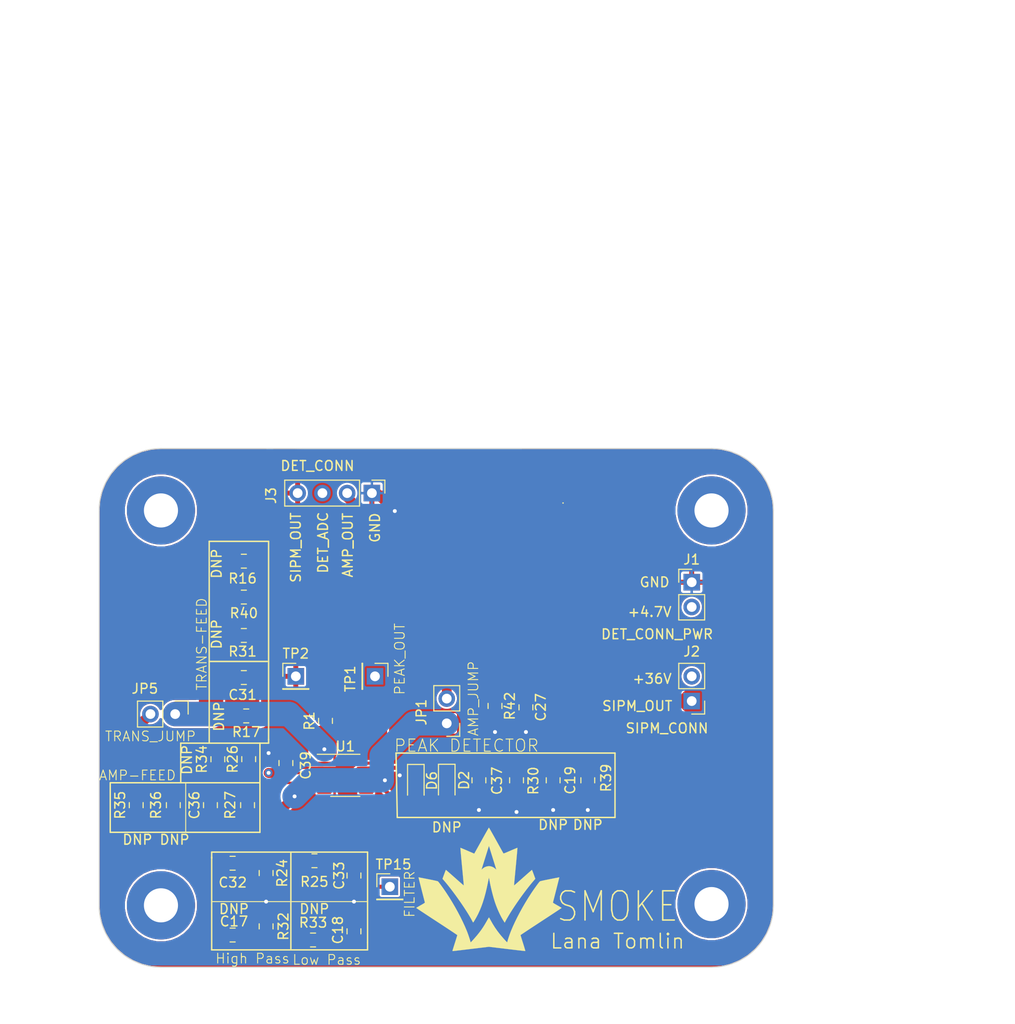
<source format=kicad_pcb>
(kicad_pcb (version 20171130) (host pcbnew "(5.1.9)-1")
  (layers (0 Papa.Cu signal) (1 GND.Cu power hide) (2 VCC.Cu power hide) (31 Mama.Cu signal) (34 B.Paste user hide) (35 F.Paste user) (36 B.SilkS user) (37 F.SilkS user) (38 B.Mask user hide) (39 F.Mask user hide) (44 Edge.Cuts user))
  (net 0 "")
  (net 1 GND)
  (net 2 "Net-(C17-Pad1)")
  (net 3 "Net-(C18-Pad2)")
  (net 4 "Net-(C19-Pad1)")
  (net 5 "Net-(C31-Pad1)")
  (net 6 "Net-(C32-Pad1)")
  (net 7 "Net-(C36-Pad2)")
  (net 8 "Net-(C36-Pad1)")
  (net 9 "Net-(D2-Pad2)")
  (net 10 /DET_ADC)
  (net 11 /SIPM_OUT)
  (net 12 /AMP_OUT)
  (net 13 +4.7V)
  (net 14 /Filter_IN)
  (net 15 "Net-(C31-Pad2)")
  (module MountingHole:MountingHole_3.5mm_Pad (layer Papa.Cu) (at 90.17 100.457 90)
    (fp_text reference REF** hide)
    (fp_text value MountingHole_3.5mm_Pad)
    (pad 1 thru_hole circle (at 0 0 90) (size 7 7) (drill 3.5) (layers *.Cu *.Mask))
  )
  (module MountingHole:MountingHole_3.5mm_Pad (layer Papa.Cu) (at 146.685 100.457 90)
    (fp_text reference REF** hide)
    (fp_text value MountingHole_3.5mm_Pad)
    (pad 1 thru_hole circle (at 0 0 90) (size 7 7) (drill 3.5) (layers *.Cu *.Mask))
  )
  (module MountingHole:MountingHole_3.5mm_Pad (layer Papa.Cu) (at 146.685 140.843 90)
    (fp_text reference REF** hide)
    (fp_text value MountingHole_3.5mm_Pad)
    (pad 1 thru_hole circle (at 0 0 90) (size 7 7) (drill 3.5) (layers *.Cu *.Mask))
  )
  (module Connector_PinHeader_2.54mm:PinHeader_1x01_P2.54mm_Vertical (layer Papa.Cu) (at 104.013 117.475)
    (fp_text reference TP2 (at 0 -2.33) (layer F.SilkS))
    (fp_text value SIPM)
    (pad 1 thru_hole rect (at 0 0) (size 1.7 1.7) (drill 1) (layers *.Cu *.Mask) (net 15 "Net-(C31-Pad2)"))
  )
  (module Package_SO:MSOP-16_3x4.039mm_P0.5mm (layer Papa.Cu) (at 109.093 127.635)
    (fp_text reference U1 (at 0 -2.97) (layer F.SilkS))
    (fp_text value LTC6254)
    (pad 16 smd roundrect (at 2.15 -1.75) (size 1.45 0.3) (layers Papa.Cu F.Paste F.Mask) (net 10 /DET_ADC))
    (pad 15 smd roundrect (at 2.15 -1.25) (size 1.45 0.3) (layers Papa.Cu F.Paste F.Mask) (net 10 /DET_ADC))
    (pad 14 smd roundrect (at 2.15 -0.75) (size 1.45 0.3) (layers Papa.Cu F.Paste F.Mask) (net 4 "Net-(C19-Pad1)"))
    (pad 13 smd roundrect (at 2.15 -0.25) (size 1.45 0.3) (layers Papa.Cu F.Paste F.Mask) (net 1 GND))
    (pad 12 smd roundrect (at 2.15 0.25) (size 1.45 0.3) (layers Papa.Cu F.Paste F.Mask) (net 8 "Net-(C36-Pad1)"))
    (pad 11 smd roundrect (at 2.15 0.75) (size 1.45 0.3) (layers Papa.Cu F.Paste F.Mask) (net 4 "Net-(C19-Pad1)"))
    (pad 10 smd roundrect (at 2.15 1.25) (size 1.45 0.3) (layers Papa.Cu F.Paste F.Mask) (net 9 "Net-(D2-Pad2)"))
    (pad 9 smd roundrect (at 2.15 1.75) (size 1.45 0.3) (layers Papa.Cu F.Paste F.Mask))
    (pad 8 smd roundrect (at -2.15 1.75) (size 1.45 0.3) (layers Papa.Cu F.Paste F.Mask))
    (pad 7 smd roundrect (at -2.15 1.25) (size 1.45 0.3) (layers Papa.Cu F.Paste F.Mask) (net 8 "Net-(C36-Pad1)"))
    (pad 6 smd roundrect (at -2.15 0.75) (size 1.45 0.3) (layers Papa.Cu F.Paste F.Mask) (net 7 "Net-(C36-Pad2)"))
    (pad 5 smd roundrect (at -2.15 0.25) (size 1.45 0.3) (layers Papa.Cu F.Paste F.Mask) (net 3 "Net-(C18-Pad2)"))
    (pad 4 smd roundrect (at -2.15 -0.25) (size 1.45 0.3) (layers Papa.Cu F.Paste F.Mask) (net 13 +4.7V))
    (pad 3 smd roundrect (at -2.15 -0.75) (size 1.45 0.3) (layers Papa.Cu F.Paste F.Mask) (net 1 GND))
    (pad 2 smd roundrect (at -2.15 -1.25) (size 1.45 0.3) (layers Papa.Cu F.Paste F.Mask) (net 15 "Net-(C31-Pad2)"))
    (pad 1 smd roundrect (at -2.15 -1.75) (size 1.45 0.3) (layers Papa.Cu F.Paste F.Mask) (net 5 "Net-(C31-Pad1)"))
  )
  (module Resistor_SMD:R_0805_2012Metric_Pad1.15x1.40mm_HandSolder (layer Papa.Cu) (at 107.061 122.047 90)
    (fp_text reference R1 (at 0 -1.65 90) (layer F.SilkS))
    (fp_text value 1)
    (pad 2 smd roundrect (at 1.025 0 90) (size 1.15 1.4) (layers Papa.Cu F.Paste F.Mask) (roundrect_rratio 0.217391) (net 11 /SIPM_OUT))
    (pad 1 smd roundrect (at -1.025 0 90) (size 1.15 1.4) (layers Papa.Cu F.Paste F.Mask) (roundrect_rratio 0.217391) (net 15 "Net-(C31-Pad2)"))
  )
  (module Connector_PinHeader_2.54mm:PinHeader_1x01_P2.54mm_Vertical (layer Papa.Cu) (at 113.665 139.065)
    (fp_text reference TP15 (at 0.381 -2.286) (layer F.SilkS))
    (fp_text value FILTER (at 2.032 0.762 90) (layer F.SilkS) (effects (font (thickness 0.1))))
    (pad 1 thru_hole rect (at 0 0) (size 1.7 1.7) (drill 1) (layers *.Cu *.Mask) (net 3 "Net-(C18-Pad2)"))
  )
  (module Resistor_SMD:R_0805_2012Metric_Pad1.15x1.40mm_HandSolder (layer Papa.Cu) (at 99.178 125.975 90)
    (fp_text reference R26 (at 0 -1.65 270) (layer F.SilkS))
    (fp_text value 100)
    (pad 2 smd roundrect (at 1.025 0 90) (size 1.15 1.4) (layers Papa.Cu F.Paste F.Mask) (roundrect_rratio 0.2173904347826087) (net 1 GND))
    (pad 1 smd roundrect (at -1.025 0 90) (size 1.15 1.4) (layers Papa.Cu F.Paste F.Mask) (roundrect_rratio 0.2173904347826087) (net 7 "Net-(C36-Pad2)"))
  )
  (module Resistor_SMD:R_0805_2012Metric_Pad1.15x1.40mm_HandSolder (layer Papa.Cu) (at 96.012 125.984 270)
    (fp_text reference R34 (at 0 1.651 270) (layer F.SilkS))
    (fp_text value DNP (at 0.0635 3.175 270) (layer F.SilkS))
    (pad 2 smd roundrect (at 1.025 0 270) (size 1.15 1.4) (layers Papa.Cu F.Paste F.Mask) (roundrect_rratio 0.2173904347826087) (net 7 "Net-(C36-Pad2)"))
    (pad 1 smd roundrect (at -1.025 0 270) (size 1.15 1.4) (layers Papa.Cu F.Paste F.Mask) (roundrect_rratio 0.2173904347826087) (net 1 GND))
  )
  (module Connector_PinHeader_2.54mm:PinHeader_1x02_P2.54mm_Vertical (layer Papa.Cu) (at 119.507 122.301 180)
    (fp_text reference JP1 (at 2.6035 1.143 270) (layer F.SilkS))
    (fp_text value AMP_JUMP (at -2.7305 2.54 90) (layer F.SilkS) (effects (font (thickness 0.1))))
    (pad 2 thru_hole oval (at 0 2.54 180) (size 1.7 1.7) (drill 1) (layers *.Cu *.Mask) (net 12 /AMP_OUT))
    (pad 1 thru_hole rect (at 0 0 180) (size 1.7 1.7) (drill 1) (layers *.Cu *.Mask) (net 8 "Net-(C36-Pad1)"))
  )
  (module Resistor_SMD:R_0805_2012Metric_Pad1.15x1.40mm_HandSolder (layer Papa.Cu) (at 133.985 128.143 270)
    (fp_text reference R39 (at -0.2376 -1.8796 90) (layer F.SilkS))
    (fp_text value DNP (at 4.572 0 180) (layer F.SilkS))
    (pad 2 smd roundrect (at 1.025 0 270) (size 1.15 1.4) (layers Papa.Cu F.Paste F.Mask) (roundrect_rratio 0.2173904347826087) (net 1 GND))
    (pad 1 smd roundrect (at -1.025 0 270) (size 1.15 1.4) (layers Papa.Cu F.Paste F.Mask) (roundrect_rratio 0.2173904347826087) (net 4 "Net-(C19-Pad1)"))
  )
  (module Capacitor_SMD:C_0805_2012Metric_Pad1.15x1.40mm_HandSolder (layer Papa.Cu) (at 97.527 136.652 180)
    (fp_text reference C32 (at -0.009 -1.9812) (layer F.SilkS))
    (fp_text value 10n)
    (pad 2 smd roundrect (at 1.025 0 180) (size 1.15 1.4) (layers Papa.Cu F.Paste F.Mask) (roundrect_rratio 0.2173904347826087) (net 14 /Filter_IN))
    (pad 1 smd roundrect (at -1.025 0 180) (size 1.15 1.4) (layers Papa.Cu F.Paste F.Mask) (roundrect_rratio 0.2173904347826087) (net 6 "Net-(C32-Pad1)"))
  )
  (module Capacitor_SMD:C_0805_2012Metric_Pad1.15x1.40mm_HandSolder (layer Papa.Cu) (at 127.635 120.659 270)
    (fp_text reference C27 (at -0.009 -1.524 90) (layer F.SilkS))
    (fp_text value 2.2n)
    (pad 2 smd roundrect (at 1.025 0 270) (size 1.15 1.4) (layers Papa.Cu F.Paste F.Mask) (roundrect_rratio 0.2173904347826087) (net 1 GND))
    (pad 1 smd roundrect (at -1.025 0 270) (size 1.15 1.4) (layers Papa.Cu F.Paste F.Mask) (roundrect_rratio 0.2173904347826087) (net 12 /AMP_OUT))
  )
  (module Capacitor_SMD:C_0805_2012Metric_Pad1.15x1.40mm_HandSolder (layer Papa.Cu) (at 122.809 128.143 270)
    (fp_text reference C37 (at 0.0508 -1.8542 270) (layer F.SilkS))
    (fp_text value 2.2n)
    (pad 2 smd roundrect (at 1.025 0 270) (size 1.15 1.4) (layers Papa.Cu F.Paste F.Mask) (roundrect_rratio 0.2173904347826087) (net 1 GND))
    (pad 1 smd roundrect (at -1.025 0 270) (size 1.15 1.4) (layers Papa.Cu F.Paste F.Mask) (roundrect_rratio 0.2173904347826087) (net 4 "Net-(C19-Pad1)"))
  )
  (module Resistor_SMD:R_0805_2012Metric_Pad1.15x1.40mm_HandSolder (layer Papa.Cu) (at 124.46 120.514 270)
    (fp_text reference R42 (at 0.009 -1.524 90) (layer F.SilkS))
    (fp_text value 1M)
    (pad 2 smd roundrect (at 1.025 0 270) (size 1.15 1.4) (layers Papa.Cu F.Paste F.Mask) (roundrect_rratio 0.2173904347826087) (net 1 GND))
    (pad 1 smd roundrect (at -1.025 0 270) (size 1.15 1.4) (layers Papa.Cu F.Paste F.Mask) (roundrect_rratio 0.2173904347826087) (net 12 /AMP_OUT))
  )
  (module Diode_SMD:D_SOD-323_HandSoldering (layer Papa.Cu) (at 119.507 128.397 270)
    (fp_text reference D2 (at -0.254 -1.778 90) (layer F.SilkS))
    (fp_text value CUS08F30H3FCT-ND)
    (pad 2 smd rect (at 1.25 0 270) (size 1 1) (layers Papa.Cu F.Paste F.Mask) (net 9 "Net-(D2-Pad2)"))
    (pad 1 smd rect (at -1.25 0 270) (size 1 1) (layers Papa.Cu F.Paste F.Mask) (net 4 "Net-(C19-Pad1)"))
  )
  (module Connector_PinHeader_2.54mm:PinHeader_1x01_P2.54mm_Vertical (layer Papa.Cu) (at 112.141 117.475 270)
    (fp_text reference TP1 (at 0.254 2.54 90) (layer F.SilkS))
    (fp_text value PEAK_OUT (at -1.778 -2.54 270) (layer F.SilkS) (effects (font (thickness 0.1))))
    (pad 1 thru_hole rect (at 0 0 270) (size 1.7 1.7) (drill 1) (layers *.Cu *.Mask) (net 10 /DET_ADC))
  )
  (module Connector_PinHeader_2.54mm:PinHeader_1x02_P2.54mm_Vertical (layer Papa.Cu) (at 91.6305 121.3485 270)
    (fp_text reference JP5 (at -2.6035 3.1115 180) (layer F.SilkS))
    (fp_text value TRANS_JUMP (at 2.286 2.54) (layer F.SilkS) (effects (font (thickness 0.1))))
    (pad 2 thru_hole oval (at 0 2.54 270) (size 1.7 1.7) (drill 1) (layers *.Cu *.Mask) (net 14 /Filter_IN))
    (pad 1 thru_hole rect (at 0 0 270) (size 1.7 1.7) (drill 1) (layers *.Cu *.Mask) (net 5 "Net-(C31-Pad1)"))
  )
  (module Resistor_SMD:R_0805_2012Metric_Pad1.15x1.40mm_HandSolder (layer Papa.Cu) (at 98.679 109.347)
    (fp_text reference R40 (at 0 1.651 180) (layer F.SilkS))
    (fp_text value 150)
    (pad 2 smd roundrect (at 1.025 0) (size 1.15 1.4) (layers Papa.Cu F.Paste F.Mask) (roundrect_rratio 0.2173904347826087) (net 11 /SIPM_OUT))
    (pad 1 smd roundrect (at -1.025 0) (size 1.15 1.4) (layers Papa.Cu F.Paste F.Mask) (roundrect_rratio 0.2173904347826087) (net 5 "Net-(C31-Pad1)"))
  )
  (module Resistor_SMD:R_0805_2012Metric_Pad1.15x1.40mm_HandSolder (layer Papa.Cu) (at 91.44 130.692 90)
    (fp_text reference R36 (at 0.009 -1.778 270) (layer F.SilkS))
    (fp_text value DNP (at -3.547 0.127) (layer F.SilkS))
    (pad 2 smd roundrect (at 1.025 0 90) (size 1.15 1.4) (layers Papa.Cu F.Paste F.Mask) (roundrect_rratio 0.2173904347826087) (net 7 "Net-(C36-Pad2)"))
    (pad 1 smd roundrect (at -1.025 0 90) (size 1.15 1.4) (layers Papa.Cu F.Paste F.Mask) (roundrect_rratio 0.2173904347826087) (net 8 "Net-(C36-Pad1)"))
  )
  (module Resistor_SMD:R_0805_2012Metric_Pad1.15x1.40mm_HandSolder (layer Papa.Cu) (at 87.63 130.692 90)
    (fp_text reference R35 (at 0 -1.65 270) (layer F.SilkS))
    (fp_text value DNP (at -3.547 0.127) (layer F.SilkS))
    (pad 2 smd roundrect (at 1.025 0 90) (size 1.15 1.4) (layers Papa.Cu F.Paste F.Mask) (roundrect_rratio 0.2173904347826087) (net 7 "Net-(C36-Pad2)"))
    (pad 1 smd roundrect (at -1.025 0 90) (size 1.15 1.4) (layers Papa.Cu F.Paste F.Mask) (roundrect_rratio 0.2173904347826087) (net 8 "Net-(C36-Pad1)"))
  )
  (module Resistor_SMD:R_0805_2012Metric_Pad1.15x1.40mm_HandSolder (layer Papa.Cu) (at 105.782 144.526 180)
    (fp_text reference R33 (at -0.009 1.778) (layer F.SilkS))
    (fp_text value DNP (at -0.136 3.175) (layer F.SilkS))
    (pad 1 smd roundrect (at -1.025 0 180) (size 1.15 1.4) (layers Papa.Cu F.Paste F.Mask) (roundrect_rratio 0.2173904347826087) (net 3 "Net-(C18-Pad2)"))
    (pad 2 smd roundrect (at 1.025 0 180) (size 1.15 1.4) (layers Papa.Cu F.Paste F.Mask) (roundrect_rratio 0.2173904347826087) (net 2 "Net-(C17-Pad1)"))
  )
  (module Resistor_SMD:R_0805_2012Metric_Pad1.15x1.40mm_HandSolder (layer Papa.Cu) (at 100.965 143.129 90)
    (fp_text reference R32 (at 0 1.778 270) (layer F.SilkS))
    (fp_text value DNP)
    (pad 2 smd roundrect (at 1.025 0 90) (size 1.15 1.4) (layers Papa.Cu F.Paste F.Mask) (roundrect_rratio 0.2173904347826087) (net 1 GND))
    (pad 1 smd roundrect (at -1.025 0 90) (size 1.15 1.4) (layers Papa.Cu F.Paste F.Mask) (roundrect_rratio 0.2173904347826087) (net 2 "Net-(C17-Pad1)"))
  )
  (module Resistor_SMD:R_0805_2012Metric_Pad1.15x1.40mm_HandSolder (layer Papa.Cu) (at 98.679 113.284)
    (fp_text reference R31 (at -0.127 1.651 180) (layer F.SilkS))
    (fp_text value DNP (at -2.794 -0.127 90) (layer F.SilkS))
    (pad 2 smd roundrect (at 1.025 0) (size 1.15 1.4) (layers Papa.Cu F.Paste F.Mask) (roundrect_rratio 0.2173904347826087) (net 15 "Net-(C31-Pad2)"))
    (pad 1 smd roundrect (at -1.025 0) (size 1.15 1.4) (layers Papa.Cu F.Paste F.Mask) (roundrect_rratio 0.2173904347826087) (net 5 "Net-(C31-Pad1)"))
  )
  (module Resistor_SMD:R_0805_2012Metric_Pad1.15x1.40mm_HandSolder (layer Papa.Cu) (at 126.6698 128.143 270)
    (fp_text reference R30 (at 0.0508 -1.7272 270) (layer F.SilkS))
    (fp_text value 1M)
    (pad 2 smd roundrect (at 1.025 0 270) (size 1.15 1.4) (layers Papa.Cu F.Paste F.Mask) (roundrect_rratio 0.2173904347826087) (net 1 GND))
    (pad 1 smd roundrect (at -1.025 0 270) (size 1.15 1.4) (layers Papa.Cu F.Paste F.Mask) (roundrect_rratio 0.2173904347826087) (net 4 "Net-(C19-Pad1)"))
  )
  (module Resistor_SMD:R_0805_2012Metric_Pad1.15x1.40mm_HandSolder (layer Papa.Cu) (at 99.06 130.692 90)
    (fp_text reference R27 (at 0 -1.778 270) (layer F.SilkS))
    (fp_text value 330)
    (pad 2 smd roundrect (at 1.025 0 90) (size 1.15 1.4) (layers Papa.Cu F.Paste F.Mask) (roundrect_rratio 0.2173904347826087) (net 7 "Net-(C36-Pad2)"))
    (pad 1 smd roundrect (at -1.025 0 90) (size 1.15 1.4) (layers Papa.Cu F.Paste F.Mask) (roundrect_rratio 0.2173904347826087) (net 8 "Net-(C36-Pad1)"))
  )
  (module Resistor_SMD:R_0805_2012Metric_Pad1.15x1.40mm_HandSolder (layer Papa.Cu) (at 105.927 136.398 180)
    (fp_text reference R25 (at 0.009 -2.159) (layer F.SilkS))
    (fp_text value 150)
    (pad 2 smd roundrect (at 1.025 0 180) (size 1.15 1.4) (layers Papa.Cu F.Paste F.Mask) (roundrect_rratio 0.2173904347826087) (net 6 "Net-(C32-Pad1)"))
    (pad 1 smd roundrect (at -1.025 0 180) (size 1.15 1.4) (layers Papa.Cu F.Paste F.Mask) (roundrect_rratio 0.2173904347826087) (net 3 "Net-(C18-Pad2)"))
  )
  (module Resistor_SMD:R_0805_2012Metric_Pad1.15x1.40mm_HandSolder (layer Papa.Cu) (at 100.965 137.659 270)
    (fp_text reference R24 (at 0.009 -1.651 270) (layer F.SilkS))
    (fp_text value 100)
    (pad 2 smd roundrect (at 1.025 0 270) (size 1.15 1.4) (layers Papa.Cu F.Paste F.Mask) (roundrect_rratio 0.2173904347826087) (net 1 GND))
    (pad 1 smd roundrect (at -1.025 0 270) (size 1.15 1.4) (layers Papa.Cu F.Paste F.Mask) (roundrect_rratio 0.2173904347826087) (net 6 "Net-(C32-Pad1)"))
  )
  (module Resistor_SMD:R_0805_2012Metric_Pad1.15x1.40mm_HandSolder (layer Papa.Cu) (at 98.924 121.539)
    (fp_text reference R17 (at 0 1.651 180) (layer F.SilkS))
    (fp_text value DNP (at -2.794 0.0635 90) (layer F.SilkS))
    (pad 2 smd roundrect (at 1.025 0) (size 1.15 1.4) (layers Papa.Cu F.Paste F.Mask) (roundrect_rratio 0.2173904347826087) (net 15 "Net-(C31-Pad2)"))
    (pad 1 smd roundrect (at -1.025 0) (size 1.15 1.4) (layers Papa.Cu F.Paste F.Mask) (roundrect_rratio 0.2173904347826087) (net 5 "Net-(C31-Pad1)"))
  )
  (module Resistor_SMD:R_0805_2012Metric_Pad1.15x1.40mm_HandSolder (layer Papa.Cu) (at 98.679 105.664)
    (fp_text reference R16 (at -0.127 1.778 180) (layer F.SilkS))
    (fp_text value DNP (at -2.794 0.254 270) (layer F.SilkS))
    (pad 2 smd roundrect (at 1.025 0) (size 1.15 1.4) (layers Papa.Cu F.Paste F.Mask) (roundrect_rratio 0.2173904347826087) (net 11 /SIPM_OUT))
    (pad 1 smd roundrect (at -1.025 0) (size 1.15 1.4) (layers Papa.Cu F.Paste F.Mask) (roundrect_rratio 0.2173904347826087) (net 5 "Net-(C31-Pad1)"))
  )
  (module Diode_SMD:D_SOD-323_HandSoldering (layer Papa.Cu) (at 116.332 128.417 270)
    (fp_text reference D6 (at -0.234 -1.651 90) (layer F.SilkS))
    (fp_text value CUS08F30H3FCT-ND)
    (pad 2 smd rect (at 1.25 0 270) (size 1 1) (layers Papa.Cu F.Paste F.Mask) (net 9 "Net-(D2-Pad2)"))
    (pad 1 smd rect (at -1.25 0 270) (size 1 1) (layers Papa.Cu F.Paste F.Mask) (net 4 "Net-(C19-Pad1)"))
  )
  (module Capacitor_SMD:C_0805_2012Metric_Pad1.15x1.40mm_HandSolder (layer Papa.Cu) (at 102.997 126.374 90)
    (fp_text reference C39 (at -0.245 2.032 270) (layer F.SilkS))
    (fp_text value 0.1u)
    (pad 2 smd roundrect (at 1.025 0 90) (size 1.15 1.4) (layers Papa.Cu F.Paste F.Mask) (roundrect_rratio 0.2173904347826087) (net 1 GND))
    (pad 1 smd roundrect (at -1.025 0 90) (size 1.15 1.4) (layers Papa.Cu F.Paste F.Mask) (roundrect_rratio 0.2173904347826087) (net 13 +4.7V))
  )
  (module Capacitor_SMD:C_0805_2012Metric_Pad1.15x1.40mm_HandSolder (layer Papa.Cu) (at 95.25 130.692 90)
    (fp_text reference C36 (at 0 -1.65 270) (layer F.SilkS))
    (fp_text value 470p)
    (pad 2 smd roundrect (at 1.025 0 90) (size 1.15 1.4) (layers Papa.Cu F.Paste F.Mask) (roundrect_rratio 0.2173904347826087) (net 7 "Net-(C36-Pad2)"))
    (pad 1 smd roundrect (at -1.025 0 90) (size 1.15 1.4) (layers Papa.Cu F.Paste F.Mask) (roundrect_rratio 0.2173904347826087) (net 8 "Net-(C36-Pad1)"))
  )
  (module Capacitor_SMD:C_0805_2012Metric_Pad1.15x1.40mm_HandSolder (layer Papa.Cu) (at 109.982 137.913 90)
    (fp_text reference C33 (at -0.009 -1.524 270) (layer F.SilkS))
    (fp_text value 1n)
    (pad 2 smd roundrect (at 1.025 0 90) (size 1.15 1.4) (layers Papa.Cu F.Paste F.Mask) (roundrect_rratio 0.2173904347826087) (net 3 "Net-(C18-Pad2)"))
    (pad 1 smd roundrect (at -1.025 0 90) (size 1.15 1.4) (layers Papa.Cu F.Paste F.Mask) (roundrect_rratio 0.2173904347826087) (net 1 GND))
  )
  (module Capacitor_SMD:C_0805_2012Metric_Pad1.15x1.40mm_HandSolder (layer Papa.Cu) (at 98.679 117.602)
    (fp_text reference C31 (at -0.127 1.778 180) (layer F.SilkS))
    (fp_text value 1n)
    (pad 2 smd roundrect (at 1.025 0) (size 1.15 1.4) (layers Papa.Cu F.Paste F.Mask) (roundrect_rratio 0.2173904347826087) (net 15 "Net-(C31-Pad2)"))
    (pad 1 smd roundrect (at -1.025 0) (size 1.15 1.4) (layers Papa.Cu F.Paste F.Mask) (roundrect_rratio 0.2173904347826087) (net 5 "Net-(C31-Pad1)"))
  )
  (module Capacitor_SMD:C_0805_2012Metric_Pad1.15x1.40mm_HandSolder (layer Papa.Cu) (at 130.429 128.143 270)
    (fp_text reference C19 (at 0 -1.7526 90) (layer F.SilkS))
    (fp_text value DNP (at 4.572 0 180) (layer F.SilkS))
    (pad 2 smd roundrect (at 1.025 0 270) (size 1.15 1.4) (layers Papa.Cu F.Paste F.Mask) (roundrect_rratio 0.2173904347826087) (net 1 GND))
    (pad 1 smd roundrect (at -1.025 0 270) (size 1.15 1.4) (layers Papa.Cu F.Paste F.Mask) (roundrect_rratio 0.2173904347826087) (net 4 "Net-(C19-Pad1)"))
  )
  (module Capacitor_SMD:C_0805_2012Metric_Pad1.15x1.40mm_HandSolder (layer Papa.Cu) (at 109.982 143.637 270)
    (fp_text reference C18 (at -0.127 1.651 90) (layer F.SilkS))
    (fp_text value DNP)
    (pad 1 smd roundrect (at -1.025 0 270) (size 1.15 1.4) (layers Papa.Cu F.Paste F.Mask) (roundrect_rratio 0.2173904347826087) (net 1 GND))
    (pad 2 smd roundrect (at 1.025 0 270) (size 1.15 1.4) (layers Papa.Cu F.Paste F.Mask) (roundrect_rratio 0.2173904347826087) (net 3 "Net-(C18-Pad2)"))
  )
  (module Capacitor_SMD:C_0805_2012Metric_Pad1.15x1.40mm_HandSolder (layer Papa.Cu) (at 97.527 144.018 180)
    (fp_text reference C17 (at -0.136 1.397) (layer F.SilkS))
    (fp_text value DNP (at -0.136 2.667) (layer F.SilkS))
    (pad 2 smd roundrect (at 1.025 0 180) (size 1.15 1.4) (layers Papa.Cu F.Paste F.Mask) (roundrect_rratio 0.2173904347826087) (net 14 /Filter_IN))
    (pad 1 smd roundrect (at -1.025 0 180) (size 1.15 1.4) (layers Papa.Cu F.Paste F.Mask) (roundrect_rratio 0.2173904347826087) (net 2 "Net-(C17-Pad1)"))
  )
  (module Connector_PinHeader_2.54mm:PinHeader_1x04_P2.54mm_Vertical (layer Papa.Cu) (at 111.8235 98.679 270)
    (fp_text reference J3 (at 0.254 10.3505 270) (layer F.SilkS))
    (fp_text value DET_CONN (at -2.794 5.588 180) (layer F.SilkS))
    (pad 4 thru_hole oval (at 0 7.62 270) (size 1.7 1.7) (drill 1) (layers *.Cu *.Mask) (net 11 /SIPM_OUT))
    (pad 3 thru_hole oval (at 0 5.08 270) (size 1.7 1.7) (drill 1) (layers *.Cu *.Mask) (net 10 /DET_ADC))
    (pad 2 thru_hole oval (at 0 2.54 270) (size 1.7 1.7) (drill 1) (layers *.Cu *.Mask) (net 12 /AMP_OUT))
    (pad 1 thru_hole rect (at 0 0 270) (size 1.7 1.7) (drill 1) (layers *.Cu *.Mask) (net 1 GND))
  )
  (module Connector_PinHeader_2.54mm:PinHeader_1x02_P2.54mm_Vertical (layer Papa.Cu) (at 144.653 120.015 180)
    (fp_text reference J2 (at 0 5.08) (layer F.SilkS))
    (fp_text value SIPM_CONN (at 2.54 -2.794 180) (layer F.SilkS))
    (pad 2 thru_hole oval (at 0 2.54 180) (size 1.7 1.7) (drill 1) (layers *.Cu *.Mask))
    (pad 1 thru_hole rect (at 0 0 180) (size 1.7 1.7) (drill 1) (layers *.Cu *.Mask) (net 11 /SIPM_OUT))
  )
  (module Connector_PinHeader_2.54mm:PinHeader_1x02_P2.54mm_Vertical (layer Papa.Cu) (at 144.653 107.823)
    (fp_text reference J1 (at 0 -2.33) (layer F.SilkS))
    (fp_text value DET_CONN_PWR (at -3.556 5.334) (layer F.SilkS))
    (pad 2 thru_hole oval (at 0 2.54) (size 1.7 1.7) (drill 1) (layers *.Cu *.Mask) (net 13 +4.7V))
    (pad 1 thru_hole rect (at 0 0) (size 1.7 1.7) (drill 1) (layers *.Cu *.Mask) (net 1 GND))
  )
  (module Team_Logo:Logo_SilkScreen_15mm (layer Papa.Cu) (at 123.825 139.319)
    (fp_text reference G*** hide)
    (fp_text value LOGO hide)
  )
  (module MountingHole:MountingHole_3.5mm_Pad (layer Papa.Cu) (at 90.17 140.97 90)
    (fp_text reference REF** hide)
    (fp_text value MountingHole_3.5mm_Pad)
    (pad 1 thru_hole circle (at 0 0 90) (size 7 7) (drill 3.5) (layers *.Cu *.Mask))
  )
  (gr_text DNP (at 119.507 132.969) (layer F.SilkS) (effects (font (size 1 1))))
  (gr_text SMOKE (at 137.033 141.097) (layer F.SilkS) (effects (font (size 3 2.5))))
  (gr_line (start 136.779 131.953) (end 136.779 125.349) (layer F.SilkS) (width 0.15))
  (gr_line (start 114.427 131.953) (end 136.779 131.953) (layer F.SilkS) (width 0.15))
  (gr_line (start 114.3 125.349) (end 114.427 131.953) (layer F.SilkS) (width 0.15))
  (gr_line (start 95.123 124.333) (end 95.123 103.632) (layer F.SilkS) (width 0.15))
  (gr_line (start 101.219 124.333) (end 100.33 124.333) (layer F.SilkS) (width 0.15))
  (gr_line (start 101.219 123.952) (end 101.219 124.333) (layer F.SilkS) (width 0.15))
  (gr_line (start 84.963 133.477) (end 100.33 133.477) (layer F.SilkS) (width 0.15))
  (gr_arc (start 90.17 100.457) (end 90.17 94.107) (angle -90) (layer Edge.Cuts) (width 0.1))
  (gr_line (start 146.685 94.107) (end 90.17 94.107) (layer Edge.Cuts) (width 0.1))
  (gr_line (start 153.035 140.97) (end 153.035 100.457) (layer Edge.Cuts) (width 0.1))
  (gr_text GND (at 112.141 102.235 90) (layer F.SilkS) (effects (font (size 1 1))))
  (gr_text AMP_OUT (at 109.347 104.013 90) (layer F.SilkS) (effects (font (size 1 1))))
  (gr_text DET_ADC (at 106.807 103.759 90) (layer F.SilkS) (effects (font (size 1 1))))
  (gr_text SIPM_OUT (at 104.013 104.267 90) (layer F.SilkS) (effects (font (size 1 1))))
  (gr_text GND (at 140.843 107.823) (layer F.SilkS) (effects (font (size 1 1))))
  (gr_text +4.7V (at 140.335 110.871) (layer F.SilkS) (effects (font (size 1 1))))
  (gr_text +36V (at 140.589 117.729) (layer F.SilkS) (effects (font (size 1 1))))
  (gr_text SIPM_OUT (at 139.065 120.523) (layer F.SilkS) (effects (font (size 1 1))))
  (gr_line (start 131.445 99.695) (end 131.445 99.695) (layer F.SilkS) (width 0.15))
  (gr_line (start 111.379 145.542) (end 111.379 144.78) (layer F.SilkS) (width 0.15))
  (gr_line (start 95.377 145.542) (end 111.379 145.542) (layer F.SilkS) (width 0.15))
  (gr_text "Lana Tomlin" (at 137.033 144.653) (layer F.SilkS) (effects (font (size 1.5 1.5))))
  (gr_text "PEAK DETECTOR" (at 121.539 124.587) (layer F.SilkS) (effects (font (size 1.25 1.25) (thickness 0.1))))
  (gr_arc (start 90.17 140.97) (end 83.82 140.97) (angle -90) (layer Edge.Cuts) (width 0.1))
  (gr_arc (start 146.685 100.457) (end 153.035 100.457) (angle -90) (layer Edge.Cuts) (width 0.1))
  (gr_arc (start 146.685 140.97) (end 146.685 147.32) (angle -90) (layer Edge.Cuts) (width 0.1))
  (gr_line (start 83.82 140.97) (end 83.82 100.457) (layer Edge.Cuts) (width 0.1))
  (gr_line (start 146.685 147.32) (end 90.17 147.32) (layer Edge.Cuts) (width 0.1))
  (gr_text AMP-FEED (at 87.757 127.635) (layer F.SilkS) (effects (font (size 1 1) (thickness 0.1))))
  (gr_line (start 95.377 135.509) (end 95.377 136.144) (layer F.SilkS) (width 0.15))
  (gr_line (start 111.379 135.509) (end 95.377 135.509) (layer F.SilkS) (width 0.15))
  (gr_line (start 103.505 140.589) (end 95.377 140.589) (layer F.SilkS) (width 0.1))
  (gr_text "Low Pass" (at 107.188 146.558) (layer F.SilkS) (effects (font (size 1 1) (thickness 0.1))))
  (gr_text "High Pass" (at 99.568 146.431) (layer F.SilkS) (effects (font (size 1 1) (thickness 0.1))))
  (gr_line (start 84.963 128.397) (end 84.963 133.477) (layer F.SilkS) (width 0.15))
  (gr_line (start 100.33 128.397) (end 100.33 124.333) (layer F.SilkS) (width 0.15))
  (gr_line (start 100.33 124.333) (end 92.202 124.333) (layer F.SilkS) (width 0.15))
  (gr_line (start 92.202 124.333) (end 92.202 128.397) (layer F.SilkS) (width 0.15))
  (gr_text TRANS-FEED (at 94.361 114.173 90) (layer F.SilkS) (effects (font (size 1 1) (thickness 0.1))))
  (gr_line (start 111.379 140.589) (end 103.505 140.589) (layer F.SilkS) (width 0.1))
  (gr_line (start 103.505 135.509) (end 103.505 145.415) (layer F.SilkS) (width 0.15))
  (gr_line (start 95.377 145.542) (end 95.377 136.017) (layer F.SilkS) (width 0.15))
  (gr_line (start 111.379 135.509) (end 111.379 144.78) (layer F.SilkS) (width 0.15))
  (gr_line (start 95.123 115.951) (end 101.092 115.951) (layer F.SilkS) (width 0.15))
  (gr_line (start 92.71 133.477) (end 92.71 128.397) (layer F.SilkS) (width 0.1))
  (gr_line (start 136.779 125.349) (end 114.3 125.349) (layer F.SilkS) (width 0.15))
  (gr_line (start 100.33 128.397) (end 84.963 128.397) (layer F.SilkS) (width 0.15))
  (gr_line (start 100.33 133.477) (end 100.33 128.397) (layer F.SilkS) (width 0.15))
  (gr_line (start 101.219 103.632) (end 95.123 103.632) (layer F.SilkS) (width 0.15))
  (gr_line (start 101.219 123.952) (end 101.219 103.632) (layer F.SilkS) (width 0.15))
  (via (at 124.46 123.19) (size 0.8) (drill 0.4) (layers Papa.Cu Mama.Cu) (net 1))
  (segment (start 126.4158 129.1172) (end 126.7878 129.1172) (width 0.42) (layer Papa.Cu) (net 1))
  (via (at 109.982 140.589) (size 0.8) (drill 0.4) (layers Papa.Cu Mama.Cu) (net 1))
  (via (at 100.965 140.589) (size 0.8) (drill 0.4) (layers Papa.Cu Mama.Cu) (net 1))
  (via (at 101.219 125.349) (size 0.8) (drill 0.4) (layers Papa.Cu Mama.Cu) (net 1))
  (via (at 127.635 123.19) (size 0.8) (drill 0.4) (layers Papa.Cu Mama.Cu) (net 1))
  (segment (start 102.87 125.476) (end 102.997 125.349) (width 0.8) (layer Papa.Cu) (net 1))
  (segment (start 100.965 138.684) (end 100.965 142.104) (width 1) (layer Papa.Cu) (net 1))
  (segment (start 109.982 138.938) (end 109.982 142.612) (width 1) (layer Papa.Cu) (net 1))
  (segment (start 124.46 121.539) (end 124.46 123.19) (width 1) (layer Papa.Cu) (net 1))
  (segment (start 127.635 121.684) (end 127.635 123.19) (width 1) (layer Papa.Cu) (net 1))
  (segment (start 111.8235 98.679) (end 112.3315 98.679) (width 1) (layer Papa.Cu) (net 1))
  (segment (start 112.3315 98.679) (end 114.173 100.5205) (width 1) (layer Papa.Cu) (net 1))
  (segment (start 114.173 100.5205) (end 114.173 100.5205) (width 1) (layer Papa.Cu) (net 1))
  (via (at 114.173 100.5205) (size 0.8) (drill 0.4) (layers Papa.Cu Mama.Cu) (net 1))
  (via (at 114.681 127.635) (size 0.8) (drill 0.4) (layers Papa.Cu Mama.Cu) (net 1))
  (segment (start 102.997 125.349) (end 101.219 125.349) (width 1) (layer Papa.Cu) (net 1))
  (segment (start 106.943 126.885) (end 106.819 126.885) (width 0.25) (layer Papa.Cu) (net 1))
  (segment (start 104.50801 126.86001) (end 102.997 125.349) (width 0.25) (layer Papa.Cu) (net 1))
  (segment (start 106.79401 126.86001) (end 104.50801 126.86001) (width 0.25) (layer Papa.Cu) (net 1))
  (segment (start 106.819 126.885) (end 106.79401 126.86001) (width 0.25) (layer Papa.Cu) (net 1))
  (segment (start 130.429 129.168) (end 130.429 131.191) (width 1) (layer Papa.Cu) (net 1))
  (segment (start 122.809 129.168) (end 122.809 131.191) (width 1) (layer Papa.Cu) (net 1))
  (segment (start 126.6698 129.168) (end 126.6698 131.3942) (width 1) (layer Papa.Cu) (net 1))
  (segment (start 126.6698 131.3942) (end 126.6698 131.4958) (width 1) (layer Papa.Cu) (net 1))
  (via (at 126.6698 131.3942) (size 0.8) (drill 0.4) (layers Papa.Cu Mama.Cu) (net 1))
  (segment (start 122.809 131.191) (end 122.809 131.191) (width 1) (layer Papa.Cu) (net 1))
  (via (at 122.809 131.191) (size 0.8) (drill 0.4) (layers Papa.Cu Mama.Cu) (net 1))
  (segment (start 130.429 131.191) (end 130.429 131.191) (width 1) (layer Papa.Cu) (net 1))
  (via (at 130.429 131.191) (size 0.8) (drill 0.4) (layers Papa.Cu Mama.Cu) (net 1))
  (segment (start 133.985 129.168) (end 133.985 131.191) (width 1) (layer Papa.Cu) (net 1))
  (segment (start 133.985 131.191) (end 133.985 131.191) (width 1) (layer Papa.Cu) (net 1))
  (via (at 133.985 131.191) (size 0.8) (drill 0.4) (layers Papa.Cu Mama.Cu) (net 1))
  (segment (start 113.430402 127.39502) (end 114.44102 127.39502) (width 0.25) (layer Papa.Cu) (net 1))
  (segment (start 114.44102 127.39502) (end 114.681 127.635) (width 0.25) (layer Papa.Cu) (net 1))
  (segment (start 113.420382 127.385) (end 113.430402 127.39502) (width 0.25) (layer Papa.Cu) (net 1))
  (segment (start 111.243 127.385) (end 113.420382 127.385) (width 0.25) (layer Papa.Cu) (net 1))
  (segment (start 98.552 144.018) (end 99.822 145.288) (width 0.42) (layer Papa.Cu) (net 2))
  (segment (start 103.995 145.288) (end 104.757 144.526) (width 0.42) (layer Papa.Cu) (net 2))
  (segment (start 101.972 145.288) (end 101.092 144.408) (width 0.42) (layer Papa.Cu) (net 2))
  (segment (start 102.108 145.288) (end 101.972 145.288) (width 0.42) (layer Papa.Cu) (net 2))
  (segment (start 102.108 145.288) (end 103.995 145.288) (width 0.42) (layer Papa.Cu) (net 2))
  (segment (start 99.822 145.288) (end 102.108 145.288) (width 0.42) (layer Papa.Cu) (net 2))
  (segment (start 106.952 136.398) (end 106.952 136.253) (width 0.42) (layer Papa.Cu) (net 3))
  (segment (start 106.952 136.253) (end 107.442 135.763) (width 0.42) (layer Papa.Cu) (net 3))
  (segment (start 108.857 135.763) (end 109.982 136.888) (width 0.42) (layer Papa.Cu) (net 3))
  (segment (start 107.442 135.763) (end 108.857 135.763) (width 0.42) (layer Papa.Cu) (net 3))
  (segment (start 111.09201 137.99801) (end 111.09201 137.95499) (width 0.42) (layer Papa.Cu) (net 3))
  (segment (start 111.09201 137.99801) (end 111.09201 139.28601) (width 0.42) (layer Papa.Cu) (net 3))
  (segment (start 111.09201 145.06699) (end 111.09201 143.55199) (width 0.42) (layer Papa.Cu) (net 3))
  (segment (start 111.09201 140.36799) (end 111.09201 140.843) (width 0.42) (layer Papa.Cu) (net 3))
  (segment (start 112.395 139.065) (end 111.09201 140.36799) (width 0.42) (layer Papa.Cu) (net 3))
  (segment (start 113.665 139.065) (end 112.395 139.065) (width 0.42) (layer Papa.Cu) (net 3))
  (segment (start 111.09201 139.28601) (end 111.09201 140.843) (width 0.42) (layer Papa.Cu) (net 3))
  (segment (start 111.09201 140.843) (end 111.09201 143.55199) (width 0.42) (layer Papa.Cu) (net 3))
  (segment (start 110.605372 145.285372) (end 109.982 144.662) (width 0.42) (layer Papa.Cu) (net 3))
  (segment (start 110.873628 145.285372) (end 110.605372 145.285372) (width 0.42) (layer Papa.Cu) (net 3))
  (segment (start 111.09201 145.06699) (end 110.873628 145.285372) (width 0.42) (layer Papa.Cu) (net 3))
  (segment (start 106.807 145.288) (end 106.807 144.526) (width 0.42) (layer Papa.Cu) (net 3))
  (segment (start 107.442 145.923) (end 106.807 145.288) (width 0.42) (layer Papa.Cu) (net 3))
  (segment (start 111.09201 145.06699) (end 110.236 145.923) (width 0.42) (layer Papa.Cu) (net 3))
  (segment (start 110.236 145.923) (end 107.442 145.923) (width 0.42) (layer Papa.Cu) (net 3))
  (segment (start 108.41498 135.763) (end 110.363 135.763) (width 0.42) (layer Papa.Cu) (net 3))
  (segment (start 107.733702 127.885) (end 107.99301 128.144308) (width 0.25) (layer Papa.Cu) (net 3))
  (segment (start 106.943 127.885) (end 107.733702 127.885) (width 0.25) (layer Papa.Cu) (net 3))
  (segment (start 106.952 136.398) (end 107.99301 135.35699) (width 0.42) (layer Papa.Cu) (net 3))
  (segment (start 107.99301 135.35699) (end 107.99301 129.75099) (width 0.42) (layer Papa.Cu) (net 3))
  (segment (start 107.99301 128.144308) (end 107.99301 129.75099) (width 0.25) (layer Papa.Cu) (net 3))
  (segment (start 111.09201 136.49201) (end 110.363 135.763) (width 0.42) (layer Papa.Cu) (net 3))
  (segment (start 111.09201 137.99801) (end 111.09201 136.49201) (width 0.42) (layer Papa.Cu) (net 3))
  (segment (start 111.243 128.385) (end 109.843 128.385) (width 0.25) (layer Papa.Cu) (net 4))
  (segment (start 109.843 128.385) (end 109.601 128.143) (width 0.25) (layer Papa.Cu) (net 4))
  (segment (start 109.601 128.143) (end 109.601 127.686318) (width 0.25) (layer Papa.Cu) (net 4))
  (segment (start 110.402318 126.885) (end 111.243 126.885) (width 0.25) (layer Papa.Cu) (net 4))
  (segment (start 109.601 127.686318) (end 110.402318 126.885) (width 0.25) (layer Papa.Cu) (net 4))
  (segment (start 111.41599 126.86001) (end 114.43999 126.86001) (width 0.25) (layer Papa.Cu) (net 4))
  (segment (start 111.391 126.885) (end 111.41599 126.86001) (width 0.25) (layer Papa.Cu) (net 4))
  (segment (start 111.243 126.885) (end 111.391 126.885) (width 0.25) (layer Papa.Cu) (net 4))
  (segment (start 115.276 126.111) (end 116.332 127.167) (width 0.42) (layer Papa.Cu) (net 4))
  (segment (start 115.189 126.111) (end 115.276 126.111) (width 0.42) (layer Papa.Cu) (net 4))
  (segment (start 118.471 126.111) (end 119.507 127.147) (width 0.42) (layer Papa.Cu) (net 4))
  (segment (start 115.189 126.111) (end 118.471 126.111) (width 0.42) (layer Papa.Cu) (net 4))
  (segment (start 115.189 126.111) (end 114.43999 126.86001) (width 0.42) (layer Papa.Cu) (net 4))
  (segment (start 114.43999 126.86001) (end 113.65201 126.86001) (width 0.42) (layer Papa.Cu) (net 4))
  (segment (start 132.978 126.111) (end 133.985 127.118) (width 0.42) (layer Papa.Cu) (net 4))
  (segment (start 129.912 127.118) (end 128.905 126.111) (width 0.42) (layer Papa.Cu) (net 4))
  (segment (start 130.429 127.118) (end 129.912 127.118) (width 0.42) (layer Papa.Cu) (net 4))
  (segment (start 128.905 126.111) (end 132.978 126.111) (width 0.42) (layer Papa.Cu) (net 4))
  (segment (start 126.6698 126.9238) (end 125.857 126.111) (width 0.42) (layer Papa.Cu) (net 4))
  (segment (start 126.6698 127.118) (end 126.6698 126.9238) (width 0.42) (layer Papa.Cu) (net 4))
  (segment (start 125.857 126.111) (end 128.905 126.111) (width 0.42) (layer Papa.Cu) (net 4))
  (segment (start 122.8 127.118) (end 121.793 126.111) (width 0.42) (layer Papa.Cu) (net 4))
  (segment (start 122.809 127.118) (end 122.8 127.118) (width 0.42) (layer Papa.Cu) (net 4))
  (segment (start 121.793 126.111) (end 125.857 126.111) (width 0.42) (layer Papa.Cu) (net 4))
  (segment (start 118.471 126.111) (end 121.793 126.111) (width 0.42) (layer Papa.Cu) (net 4))
  (segment (start 106.943 124.959) (end 106.943 124.959) (width 0.25) (layer Papa.Cu) (net 5))
  (via (at 106.943 124.959) (size 0.8) (drill 0.4) (layers Papa.Cu Mama.Cu) (net 5))
  (segment (start 106.943 124.959) (end 106.943 125.467) (width 1) (layer Papa.Cu) (net 5))
  (segment (start 106.943 125.885) (end 106.943 125.467) (width 0.25) (layer Papa.Cu) (net 5))
  (segment (start 103.3325 121.3485) (end 106.943 124.959) (width 2.5) (layer Mama.Cu) (net 5))
  (segment (start 91.6305 121.3485) (end 103.3325 121.3485) (width 2.5) (layer Mama.Cu) (net 5))
  (segment (start 91.6305 121.3485) (end 95.3135 121.3485) (width 2.5) (layer Papa.Cu) (net 5))
  (segment (start 97.3455 105.664) (end 95.3135 107.696) (width 1) (layer Papa.Cu) (net 5))
  (segment (start 97.654 105.664) (end 97.3455 105.664) (width 1) (layer Papa.Cu) (net 5))
  (segment (start 97.654 109.474) (end 97.654 109.5465) (width 1) (layer Papa.Cu) (net 5))
  (segment (start 95.3135 111.887) (end 95.3135 107.696) (width 2.5) (layer Papa.Cu) (net 5))
  (segment (start 97.654 109.5465) (end 95.3135 111.887) (width 1) (layer Papa.Cu) (net 5))
  (segment (start 97.5995 113.284) (end 95.3135 115.57) (width 1) (layer Papa.Cu) (net 5))
  (segment (start 97.654 113.284) (end 97.5995 113.284) (width 1) (layer Papa.Cu) (net 5))
  (segment (start 95.3135 115.57) (end 95.3135 111.887) (width 2.5) (layer Papa.Cu) (net 5))
  (segment (start 97.654 117.992) (end 95.3135 120.3325) (width 1) (layer Papa.Cu) (net 5))
  (segment (start 97.654 117.602) (end 97.654 117.992) (width 1) (layer Papa.Cu) (net 5))
  (segment (start 95.3135 120.3325) (end 95.3135 115.57) (width 2.5) (layer Papa.Cu) (net 5))
  (segment (start 95.3135 121.3485) (end 95.3135 120.3325) (width 2.5) (layer Papa.Cu) (net 5))
  (segment (start 95.377 121.412) (end 95.3135 121.3485) (width 1) (layer Papa.Cu) (net 5))
  (segment (start 97.654 121.412) (end 95.377 121.412) (width 1) (layer Papa.Cu) (net 5))
  (segment (start 101.092 136.507) (end 100.965 136.634) (width 0.42) (layer Papa.Cu) (net 6))
  (segment (start 98.552 136.652) (end 98.552 136.398) (width 0.42) (layer Papa.Cu) (net 6))
  (segment (start 103.632 135.128) (end 104.902 136.398) (width 0.42) (layer Papa.Cu) (net 6))
  (segment (start 99.822 135.491) (end 100.965 136.634) (width 0.42) (layer Papa.Cu) (net 6))
  (segment (start 98.552 136.398) (end 99.822 135.128) (width 0.42) (layer Papa.Cu) (net 6))
  (segment (start 99.822 135.128) (end 103.632 135.128) (width 0.42) (layer Papa.Cu) (net 6))
  (segment (start 99.822 135.491) (end 99.822 135.128) (width 0.42) (layer Papa.Cu) (net 6))
  (segment (start 98.020998 128.538002) (end 99.178 127.381) (width 0.42) (layer Papa.Cu) (net 7))
  (segment (start 96.393 127.381) (end 95.123 128.651) (width 0.42) (layer Papa.Cu) (net 7))
  (segment (start 91.948 129.159) (end 91.44 129.667) (width 0.25) (layer Papa.Cu) (net 7))
  (segment (start 88.646 128.651) (end 87.63 129.667) (width 0.42) (layer Papa.Cu) (net 7))
  (segment (start 91.948 128.651) (end 91.948 129.159) (width 0.42) (layer Papa.Cu) (net 7))
  (segment (start 95.504 128.651) (end 91.948 128.651) (width 0.42) (layer Papa.Cu) (net 7))
  (segment (start 95.504 128.651) (end 96.266 128.651) (width 0.42) (layer Papa.Cu) (net 7))
  (segment (start 96.266 128.651) (end 95.25 129.667) (width 0.42) (layer Papa.Cu) (net 7))
  (segment (start 99.06 129.667) (end 100.076 128.651) (width 0.42) (layer Papa.Cu) (net 7))
  (segment (start 100.076 128.651) (end 99.06 128.651) (width 0.42) (layer Papa.Cu) (net 7))
  (segment (start 99.06 128.651) (end 95.504 128.651) (width 0.42) (layer Papa.Cu) (net 7))
  (segment (start 106.77001 128.40999) (end 100.31701 128.40999) (width 0.25) (layer Papa.Cu) (net 7))
  (segment (start 100.31701 128.40999) (end 100.076 128.651) (width 0.25) (layer Papa.Cu) (net 7))
  (segment (start 106.795 128.385) (end 106.77001 128.40999) (width 0.25) (layer Papa.Cu) (net 7))
  (segment (start 106.943 128.385) (end 106.795 128.385) (width 0.25) (layer Papa.Cu) (net 7))
  (segment (start 91.948 128.651) (end 89.154 128.651) (width 0.42) (layer Papa.Cu) (net 7))
  (segment (start 89.154 128.651) (end 88.646 128.651) (width 0.42) (layer Papa.Cu) (net 7))
  (segment (start 89.0905 128.397) (end 100.02993 128.397) (width 1) (layer Papa.Cu) (net 7))
  (segment (start 88.755 132.842) (end 87.63 131.717) (width 0.42) (layer Papa.Cu) (net 8))
  (segment (start 95.25 131.717) (end 95.268 131.717) (width 0.42) (layer Papa.Cu) (net 8))
  (segment (start 95.268 131.717) (end 96.393 132.842) (width 0.42) (layer Papa.Cu) (net 8))
  (segment (start 91.458 131.717) (end 92.583 132.842) (width 0.42) (layer Papa.Cu) (net 8))
  (segment (start 91.44 131.717) (end 91.458 131.717) (width 0.42) (layer Papa.Cu) (net 8))
  (segment (start 92.583 132.842) (end 88.755 132.842) (width 0.42) (layer Papa.Cu) (net 8))
  (segment (start 96.393 132.842) (end 92.583 132.842) (width 0.42) (layer Papa.Cu) (net 8))
  (segment (start 99.5225 131.717) (end 100.203 132.3975) (width 0.42) (layer Papa.Cu) (net 8))
  (segment (start 99.06 131.717) (end 99.5225 131.717) (width 0.42) (layer Papa.Cu) (net 8))
  (segment (start 100.203 132.3975) (end 100.203 132.461) (width 0.42) (layer Papa.Cu) (net 8))
  (segment (start 96.393 132.842) (end 99.822 132.842) (width 0.42) (layer Papa.Cu) (net 8))
  (segment (start 111.40799 127.90999) (end 112.92399 127.90999) (width 0.25) (layer Papa.Cu) (net 8))
  (segment (start 111.383 127.885) (end 111.40799 127.90999) (width 0.25) (layer Papa.Cu) (net 8))
  (segment (start 111.243 127.885) (end 111.383 127.885) (width 0.25) (layer Papa.Cu) (net 8))
  (segment (start 112.92399 127.90999) (end 113.157 128.143) (width 0.25) (layer Papa.Cu) (net 8))
  (segment (start 113.157 128.143) (end 113.157 128.143) (width 0.25) (layer Papa.Cu) (net 8))
  (via (at 113.157 128.143) (size 0.8) (drill 0.4) (layers Papa.Cu Mama.Cu) (net 8))
  (segment (start 106.943 128.885) (end 104.344002 128.885) (width 0.25) (layer Papa.Cu) (net 8))
  (segment (start 100.203 132.461) (end 99.822 132.842) (width 0.42) (layer Papa.Cu) (net 8))
  (segment (start 88.824998 133.0325) (end 100.457 133.0325) (width 1) (layer Papa.Cu) (net 8))
  (segment (start 100.711 132.969) (end 103.886 129.794) (width 1) (layer Papa.Cu) (net 8))
  (segment (start 100.387002 132.842) (end 100.544 132.842) (width 1) (layer Papa.Cu) (net 8))
  (segment (start 103.886 129.794) (end 104.318 129.362) (width 1) (layer Papa.Cu) (net 8))
  (via (at 103.886 129.794) (size 0.8) (drill 0.4) (layers Papa.Cu Mama.Cu) (net 8))
  (segment (start 105.537 128.143) (end 112.830999 128.143) (width 2.5) (layer Mama.Cu) (net 8))
  (segment (start 103.886 129.794) (end 105.537 128.143) (width 2.5) (layer Mama.Cu) (net 8))
  (segment (start 112.830999 125.627001) (end 112.830999 128.143) (width 2.5) (layer Mama.Cu) (net 8))
  (segment (start 116.157 122.301) (end 112.830999 125.627001) (width 2.5) (layer Mama.Cu) (net 8))
  (segment (start 119.507 122.301) (end 116.157 122.301) (width 2.5) (layer Mama.Cu) (net 8))
  (segment (start 111.42399 128.86001) (end 112.85801 128.86001) (width 0.25) (layer Papa.Cu) (net 9))
  (segment (start 111.399 128.885) (end 111.42399 128.86001) (width 0.25) (layer Papa.Cu) (net 9))
  (segment (start 111.243 128.885) (end 111.399 128.885) (width 0.25) (layer Papa.Cu) (net 9))
  (segment (start 112.85801 128.86001) (end 114.681 130.683) (width 0.25) (layer Papa.Cu) (net 9))
  (segment (start 118.471 130.683) (end 119.507 129.647) (width 0.42) (layer Papa.Cu) (net 9))
  (segment (start 114.681 130.683) (end 118.471 130.683) (width 0.42) (layer Papa.Cu) (net 9))
  (segment (start 115.697 129.667) (end 114.681 130.683) (width 0.42) (layer Papa.Cu) (net 9))
  (segment (start 116.332 129.667) (end 115.697 129.667) (width 0.42) (layer Papa.Cu) (net 9))
  (segment (start 114.681 130.683) (end 112.951001 128.953001) (width 0.42) (layer Papa.Cu) (net 9))
  (segment (start 112.7405 125.885) (end 111.243 125.885) (width 0.25) (layer Papa.Cu) (net 10))
  (segment (start 112.903 126.0475) (end 112.7405 125.885) (width 0.25) (layer Papa.Cu) (net 10))
  (segment (start 112.5655 126.385) (end 112.903 126.0475) (width 0.25) (layer Papa.Cu) (net 10))
  (segment (start 111.243 126.385) (end 112.5655 126.385) (width 0.25) (layer Papa.Cu) (net 10))
  (segment (start 112.141 117.475) (end 112.141 124.1425) (width 2.5) (layer Papa.Cu) (net 10))
  (segment (start 112.141 117.9195) (end 112.141 104.8385) (width 2.5) (layer Papa.Cu) (net 10))
  (segment (start 106.7435 99.543002) (end 106.7435 98.679) (width 2.5) (layer Papa.Cu) (net 10))
  (segment (start 108.179499 100.979001) (end 106.7435 99.543002) (width 2.5) (layer Papa.Cu) (net 10))
  (segment (start 112.063499 104.760999) (end 108.6485 101.346) (width 2.5) (layer Papa.Cu) (net 10))
  (segment (start 146.953001 118.579001) (end 146.953001 116.370999) (width 2.5) (layer Papa.Cu) (net 11))
  (segment (start 145.517002 120.015) (end 146.953001 118.579001) (width 2.5) (layer Papa.Cu) (net 11))
  (segment (start 146.953001 116.370999) (end 127.469001 96.886999) (width 2.5) (layer Papa.Cu) (net 11))
  (segment (start 144.653 120.015) (end 145.517002 120.015) (width 2.5) (layer Papa.Cu) (net 11))
  (segment (start 127.469001 96.862001) (end 126.492 95.885) (width 2.5) (layer Papa.Cu) (net 11))
  (segment (start 127.469001 96.886999) (end 127.469001 96.862001) (width 2.5) (layer Papa.Cu) (net 11))
  (segment (start 126.492 95.885) (end 104.8385 95.885) (width 2.5) (layer Papa.Cu) (net 11))
  (segment (start 109.2835 99.099002) (end 119.507 109.322502) (width 1) (layer Papa.Cu) (net 12))
  (segment (start 109.2835 98.679) (end 109.2835 99.099002) (width 1) (layer Papa.Cu) (net 12))
  (segment (start 127.635 119.634) (end 127.635 119.253) (width 1) (layer Papa.Cu) (net 12))
  (segment (start 119.507 111.125) (end 119.507 109.322502) (width 1) (layer Papa.Cu) (net 12))
  (segment (start 127.635 119.253) (end 119.507 111.125) (width 1) (layer Papa.Cu) (net 12))
  (segment (start 124.46 117.094) (end 119.507 112.141) (width 1) (layer Papa.Cu) (net 12))
  (segment (start 124.46 119.489) (end 124.46 117.094) (width 1) (layer Papa.Cu) (net 12))
  (segment (start 119.507 112.141) (end 119.507 119.761) (width 1) (layer Papa.Cu) (net 12))
  (segment (start 119.507 109.322502) (end 119.507 112.141) (width 1) (layer Papa.Cu) (net 12))
  (via (at 101.219 127.381) (size 0.8) (drill 0.4) (layers Papa.Cu Mama.Cu) (net 13))
  (segment (start 106.929 127.399) (end 106.943 127.385) (width 0.25) (layer Papa.Cu) (net 13))
  (segment (start 102.997 127.399) (end 106.929 127.399) (width 0.25) (layer Papa.Cu) (net 13))
  (segment (start 101.237 127.399) (end 101.219 127.381) (width 1) (layer Papa.Cu) (net 13))
  (segment (start 102.997 127.399) (end 101.237 127.399) (width 1) (layer Papa.Cu) (net 13))
  (segment (start 96.121 137.033) (end 96.502 136.652) (width 0.42) (layer Papa.Cu) (net 14))
  (segment (start 96.502 144.018) (end 96.502 143.746) (width 0.25) (layer Papa.Cu) (net 14))
  (segment (start 95.758 136.652) (end 94.996 137.414) (width 0.8) (layer Papa.Cu) (net 14))
  (segment (start 96.502 143.746) (end 94.996 142.24) (width 0.8) (layer Papa.Cu) (net 14))
  (segment (start 95.758 136.652) (end 96.502 136.652) (width 0.8) (layer Papa.Cu) (net 14))
  (segment (start 94.996 142.24) (end 94.996 139.446) (width 0.8) (layer Papa.Cu) (net 14))
  (segment (start 91.313 134.874) (end 94.996 138.557) (width 0.8) (layer Papa.Cu) (net 14))
  (segment (start 94.996 138.557) (end 94.996 138.684) (width 0.8) (layer Papa.Cu) (net 14))
  (segment (start 94.996 138.684) (end 94.996 142.24) (width 0.8) (layer Papa.Cu) (net 14))
  (segment (start 94.996 137.414) (end 94.996 138.684) (width 0.8) (layer Papa.Cu) (net 14))
  (segment (start 86.22999 124.20901) (end 89.0905 121.3485) (width 1) (layer Papa.Cu) (net 14))
  (segment (start 86.22999 132.43551) (end 86.22999 124.20901) (width 1) (layer Papa.Cu) (net 14))
  (segment (start 88.66848 134.874) (end 86.22999 132.43551) (width 1) (layer Papa.Cu) (net 14))
  (segment (start 91.313 134.874) (end 88.66848 134.874) (width 1) (layer Papa.Cu) (net 14))
  (segment (start 107.733702 126.385) (end 107.99301 126.125692) (width 0.25) (layer Papa.Cu) (net 15))
  (segment (start 106.943 126.385) (end 107.733702 126.385) (width 0.25) (layer Papa.Cu) (net 15))
  (segment (start 99.704 105.664) (end 99.822 105.664) (width 1) (layer Papa.Cu) (net 11))
  (segment (start 107.061 123.072) (end 106.054 123.072) (width 1) (layer Papa.Cu) (net 15))
  (segment (start 106.054 123.072) (end 105.029 122.047) (width 1) (layer Papa.Cu) (net 15))
  (segment (start 107.99301 124.00401) (end 107.061 123.072) (width 0.42) (layer Papa.Cu) (net 15))
  (segment (start 107.99301 125.51901) (end 107.99301 124.00401) (width 0.42) (layer Papa.Cu) (net 15))
  (segment (start 107.99301 126.125692) (end 107.99301 125.51901) (width 0.25) (layer Papa.Cu) (net 15))
  (segment (start 99.704 105.664) (end 100.838 105.664) (width 1) (layer Papa.Cu) (net 11))
  (segment (start 100.838 105.664) (end 101.981 106.807) (width 1) (layer Papa.Cu) (net 11))
  (segment (start 99.704 109.474) (end 101.092 109.474) (width 1) (layer Papa.Cu) (net 11))
  (segment (start 101.092 109.474) (end 101.981 110.363) (width 1) (layer Papa.Cu) (net 11))
  (segment (start 99.704 113.284) (end 99.822 113.284) (width 1) (layer Papa.Cu) (net 15))
  (segment (start 99.822 113.284) (end 101.473 114.935) (width 1) (layer Papa.Cu) (net 15))
  (segment (start 99.704 117.602) (end 100.584 117.602) (width 1) (layer Papa.Cu) (net 15))
  (segment (start 100.584 117.602) (end 101.473 118.491) (width 1) (layer Papa.Cu) (net 15))
  (segment (start 99.949 121.539) (end 100.965 121.539) (width 1) (layer Papa.Cu) (net 15))
  (segment (start 100.965 121.539) (end 101.981 122.555) (width 1) (layer Papa.Cu) (net 15))
  (zone (net 1) (net_name GND) (layer Mama.Cu) (priority 4) (connect_pads (clearance 0)) (min_thickness 0.254) (fill yes (arc_segments 16) (thermal_gap 0.254) (thermal_bridge_width 0.255) (smoothing fillet) (radius 3))
    (polygon (pts (xy 177.8635 147.149641) (xy 83.8835 147.149641) (xy 83.8835 48.089641) (xy 177.8635 48.089641)))
  )
  (zone (net 15) (net_name "Net-(C31-Pad2)") (layer Papa.Cu) (priority 1) (connect_pads (clearance 0)) (min_thickness 0.254) (fill yes (arc_segments 32) (thermal_gap 0.508) (thermal_bridge_width 0.508) (smoothing fillet) (radius 1))
    (polygon (pts (xy 105.283 125.857) (xy 105.283 126.619) (xy 107.061 126.619) (xy 107.061 127.127) (xy 104.267 127.127) (xy 104.267 124.841) (xy 100.457 124.841) (xy 100.457 113.411) (xy 105.537 113.411)))
  )
  (zone (net 1) (net_name GND) (layer Papa.Cu) (connect_pads (clearance 0)) (min_thickness 0.254) (fill yes (arc_segments 32) (thermal_gap 0.508) (thermal_bridge_width 0.508) (smoothing fillet) (radius 1))
    (polygon (pts (xy 153.416 147.6375) (xy 83.693 147.5105) (xy 83.693 94.0435) (xy 153.416 93.726)))
  )
  (zone (net 11) (net_name /SIPM_OUT) (layer Papa.Cu) (priority 2) (connect_pads (clearance 0)) (min_thickness 0.254) (fill yes (arc_segments 32) (thermal_gap 0.508) (thermal_bridge_width 0.508) (smoothing fillet) (radius 1))
    (polygon (pts (xy 127.635 94.615) (xy 148.209 115.697) (xy 148.209 121.285) (xy 143.129 121.285) (xy 143.383 115.697) (xy 125.857 97.663) (xy 105.283 97.409) (xy 105.283 102.997) (xy 108.839 102.997) (xy 108.585 121.031) (xy 108.077 121.793) (xy 105.537 121.793) (xy 105.537 112.903) (xy 100.965 112.776) (xy 100.965 105.918) (xy 100.965 105.537) (xy 100.965 94.107)))
  )
  (zone (net 7) (net_name "Net-(C36-Pad2)") (layer Papa.Cu) (priority 2) (connect_pads yes (clearance 0)) (min_thickness 0.254) (fill yes (arc_segments 32) (thermal_gap 0.508) (thermal_bridge_width 0.508) (smoothing fillet) (radius 1))
    (polygon (pts (xy 100.203 128.778) (xy 98.298 128.651) (xy 98.425 128.397) (xy 100.584 128.27)))
  )
  (zone (net 8) (net_name "Net-(C36-Pad1)") (layer Papa.Cu) (priority 2) (connect_pads yes (clearance 0)) (min_thickness 0.254) (fill yes (arc_segments 32) (thermal_gap 0.508) (thermal_bridge_width 0.508) (smoothing fillet))
    (polygon (pts (xy 100.838 132.588) (xy 100.3935 133.0325) (xy 99.695 133.0325) (xy 100.1395 132.08)))
  )
  (zone (net 8) (net_name "Net-(C36-Pad1)") (layer Papa.Cu) (priority 2) (connect_pads yes (clearance 0)) (min_thickness 0.254) (fill yes (arc_segments 32) (thermal_gap 0.508) (thermal_bridge_width 0.508) (smoothing fillet))
    (polygon (pts (xy 105.283 128.778) (xy 105.283 129.032) (xy 104.521 129.794) (xy 103.8225 129.0955) (xy 104.267 128.7145)))
  )
  (zone (net 7) (net_name "Net-(C36-Pad2)") (layer Papa.Cu) (priority 2) (connect_pads yes (clearance 0)) (min_thickness 0.254) (fill yes (arc_segments 32) (thermal_gap 0.508) (thermal_bridge_width 0.508) (smoothing fillet))
    (polygon (pts (xy 101.6635 128.27) (xy 101.6635 128.524) (xy 99.8855 128.905) (xy 100.0125 127.889)))
  )
  (zone (net 10) (net_name /DET_ADC) (layer Papa.Cu) (priority 2) (connect_pads yes (clearance 0)) (min_thickness 0.254) (fill yes (arc_segments 32) (thermal_gap 0.508) (thermal_bridge_width 0.508) (smoothing fillet))
    (polygon (pts (xy 113.411 124.079) (xy 113.03 126.0475) (xy 110.5535 126.0475) (xy 110.5535 125.7935) (xy 110.9345 124.0155)))
  )
)
</source>
